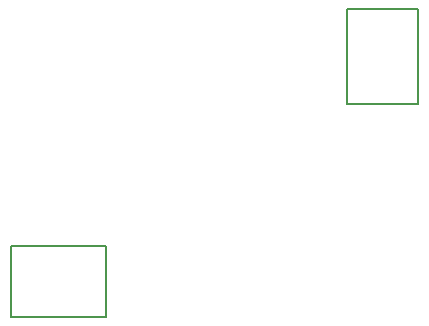
<source format=gm1>
G04*
G04 #@! TF.GenerationSoftware,Altium Limited,Altium Designer,21.3.2 (30)*
G04*
G04 Layer_Color=16711935*
%FSTAX25Y25*%
%MOIN*%
G70*
G04*
G04 #@! TF.SameCoordinates,B4C271EC-4B27-40F8-A0F4-B21306F732D5*
G04*
G04*
G04 #@! TF.FilePolarity,Positive*
G04*
G01*
G75*
%ADD16C,0.00787*%
D16*
X0561891Y0311431D02*
Y0335053D01*
Y0311431D02*
X0593387D01*
X0561891Y0335053D02*
X0593387D01*
Y0311431D02*
Y0335053D01*
X0673847Y0414087D02*
X0697469D01*
X0673847Y0382591D02*
Y0414087D01*
X0697469Y0382591D02*
Y0414087D01*
X0673847Y0382591D02*
X0697469D01*
M02*

</source>
